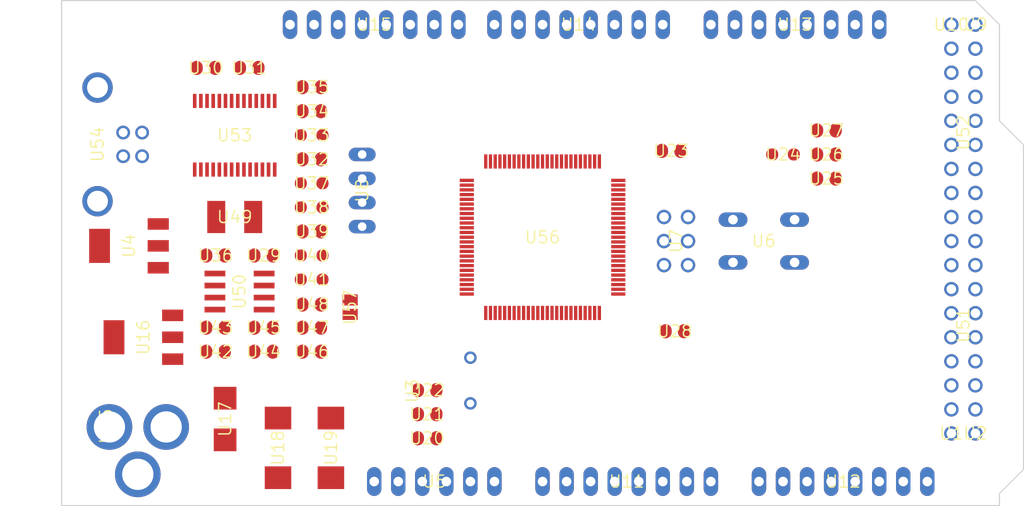
<source format=kicad_pcb>
(kicad_pcb (version 20221018) (generator pcbnew)
  (layers (0 "F.Cu" signal "Top") (31 "B.Cu" signal "Bottom") (34 "B.Paste" user) (35 "F.Paste" user) (36 "B.SilkS" user "B.Silkscreen") (37 "F.SilkS" user "F.Silkscreen") (38 "B.Mask" user) (39 "F.Mask" user) (44 "Edge.Cuts" user))
  (net 0 "")
  (net 1 "+5V")
  (net 2 "GND")
  (net 3 "N$6")
  (net 4 "N$7")
  (net 5 "AREF")
  (net 6 "RESET")
  (net 7 "VIN")
  (net 8 "N$3")
  (net 9 "PWRIN")
  (net 10 "M8RXD")
  (net 11 "M8TXD")
  (net 12 "ADC0")
  (net 13 "ADC2")
  (net 14 "ADC1")
  (net 15 "ADC3")
  (net 16 "ADC4")
  (net 17 "ADC5")
  (net 18 "ADC6")
  (net 19 "ADC7")
  (net 20 "+3V3")
  (net 21 "SDA")
  (net 22 "SCL")
  (net 23 "ADC9")
  (net 24 "ADC8")
  (net 25 "ADC10")
  (net 26 "ADC11")
  (net 27 "ADC12")
  (net 28 "ADC13")
  (net 29 "ADC14")
  (net 30 "ADC15")
  (net 31 "PB3")
  (net 32 "PB2")
  (net 33 "PB1")
  (net 34 "PB5")
  (net 35 "PB4")
  (net 36 "PE5")
  (net 37 "PE4")
  (net 38 "PE3")
  (net 39 "PE1")
  (net 40 "PE0")
  (net 41 "N$15")
  (net 42 "N$53")
  (net 43 "N$54")
  (net 44 "N$55")
  (net 45 "D-")
  (net 46 "D+")
  (net 47 "N$60")
  (net 48 "DTR")
  (net 49 "USBVCC")
  (net 50 "N$2")
  (net 51 "N$4")
  (net 52 "GATE_CMD")
  (net 53 "CMP")
  (net 54 "PB6")
  (net 55 "PH3")
  (net 56 "PH4")
  (net 57 "PH5")
  (net 58 "PH6")
  (net 59 "PG5")
  (net 60 "RXD1")
  (net 61 "TXD1")
  (net 62 "RXD2")
  (net 63 "RXD3")
  (net 64 "TXD2")
  (net 65 "TXD3")
  (net 66 "PC0")
  (net 67 "PC1")
  (net 68 "PC2")
  (net 69 "PC3")
  (net 70 "PC4")
  (net 71 "PC5")
  (net 72 "PC6")
  (net 73 "PC7")
  (net 74 "PB0")
  (net 75 "PG0")
  (net 76 "PG1")
  (net 77 "PG2")
  (net 78 "PD7")
  (net 79 "PA0")
  (net 80 "PA1")
  (net 81 "PA2")
  (net 82 "PA3")
  (net 83 "PA4")
  (net 84 "PA5")
  (net 85 "PA6")
  (net 86 "PA7")
  (net 87 "PL0")
  (net 88 "PL1")
  (net 89 "PL2")
  (net 90 "PL3")
  (net 91 "PL4")
  (net 92 "PL5")
  (net 93 "PL6")
  (net 94 "PL7")
  (net 95 "PB7")
  (net 96 "CTS")
  (net 97 "DSR")
  (net 98 "DCD")
  (net 99 "RI")
  (footprint "Arduino_MEGA_Reference_Design:2X03" (layer "F.Cu") (at 162.5981 103.7336 -90)
    (fp_text reference "U7")
    (fp_text value "")
  )
  (footprint "Arduino_MEGA_Reference_Design:1X08" (layer "F.Cu") (at 152.3111 80.8736 180)
    (fp_text reference "U14")
    (fp_text value "")
  )
  (footprint "Arduino_MEGA_Reference_Design:1X08" (layer "F.Cu") (at 130.7211 80.8736 180)
    (fp_text reference "U15")
    (fp_text value "")
  )
  (footprint "Arduino_MEGA_Reference_Design:SMC_D" (layer "F.Cu") (at 120.5611 125.5776 -90)
    (fp_text reference "U18")
    (fp_text value "")
  )
  (footprint "Arduino_MEGA_Reference_Design:SMC_D" (layer "F.Cu") (at 126.1491 125.5776 -90)
    (fp_text reference "U19")
    (fp_text value "")
  )
  (footprint "Arduino_MEGA_Reference_Design:B3F-10XX" (layer "F.Cu") (at 171.8691 103.7336 180)
    (fp_text reference "U6")
    (fp_text value "")
  )
  (footprint "Arduino_MEGA_Reference_Design:0805RND" (layer "F.Cu") (at 173.9011 94.5896 180)
    (fp_text reference "U24")
    (fp_text value "")
  )
  (footprint "Arduino_MEGA_Reference_Design:SMB" (layer "F.Cu") (at 114.9731 122.5296 -90)
    (fp_text reference "U17")
    (fp_text value "")
  )
  (footprint "Arduino_MEGA_Reference_Design:DC-21MM" (layer "F.Cu") (at 103.0351 123.2916 90)
    (fp_text reference "U55")
    (fp_text value "")
  )
  (footprint "Arduino_MEGA_Reference_Design:HC49_S" (layer "F.Cu") (at 140.8811 118.4656 90)
    (fp_text reference "U3")
    (fp_text value "")
  )
  (footprint "Arduino_MEGA_Reference_Design:SOT223" (layer "F.Cu") (at 106.3371 113.8936 90)
    (fp_text reference "U16")
    (fp_text value "")
  )
  (footprint "Arduino_MEGA_Reference_Design:1X06" (layer "F.Cu") (at 137.0711 129.1336)
    (fp_text reference "U5")
    (fp_text value "")
  )
  (footprint "Arduino_MEGA_Reference_Design:C0805RND" (layer "F.Cu") (at 124.1171 87.4776)
    (fp_text reference "U35")
    (fp_text value "")
  )
  (footprint "Arduino_MEGA_Reference_Design:C0805RND" (layer "F.Cu") (at 162.4711 113.2586)
    (fp_text reference "U28")
    (fp_text value "")
  )
  (footprint "Arduino_MEGA_Reference_Design:C0805RND" (layer "F.Cu") (at 136.3091 122.0216)
    (fp_text reference "U21")
    (fp_text value "")
  )
  (footprint "Arduino_MEGA_Reference_Design:C0805RND" (layer "F.Cu") (at 136.3091 119.4816)
    (fp_text reference "U22")
    (fp_text value "")
  )
  (footprint "Arduino_MEGA_Reference_Design:C0805RND" (layer "F.Cu") (at 113.9571 112.8776)
    (fp_text reference "U43")
    (fp_text value "")
  )
  (footprint "Arduino_MEGA_Reference_Design:RCL_0805RND" (layer "F.Cu") (at 124.1171 105.2576)
    (fp_text reference "U40")
    (fp_text value "")
  )
  (footprint "Arduino_MEGA_Reference_Design:RCL_0805RND" (layer "F.Cu") (at 124.1171 107.7976)
    (fp_text reference "U41")
    (fp_text value "")
  )
  (footprint "Arduino_MEGA_Reference_Design:1X08" (layer "F.Cu") (at 157.3911 129.1336)
    (fp_text reference "U11")
    (fp_text value "")
  )
  (footprint "Arduino_MEGA_Reference_Design:1X08" (layer "F.Cu") (at 175.1711 80.8736 180)
    (fp_text reference "U13")
    (fp_text value "")
  )
  (footprint "Arduino_MEGA_Reference_Design:R0805RND" (layer "F.Cu") (at 178.4731 94.5896 180)
    (fp_text reference "U26")
    (fp_text value "")
  )
  (footprint "Arduino_MEGA_Reference_Design:R0805RND" (layer "F.Cu") (at 178.4731 92.0496 180)
    (fp_text reference "U27")
    (fp_text value "")
  )
  (footprint "Arduino_MEGA_Reference_Design:TQFP100" (layer "F.Cu") (at 148.5011 103.3272)
    (fp_text reference "U56")
    (fp_text value "")
  )
  (footprint "Arduino_MEGA_Reference_Design:C0805RND" (layer "F.Cu") (at 162.0901 94.2086 180)
    (fp_text reference "U23")
    (fp_text value "")
  )
  (footprint "Arduino_MEGA_Reference_Design:C0805RND" (layer "F.Cu") (at 136.3091 124.5616)
    (fp_text reference "U20")
    (fp_text value "")
  )
  (footprint "Arduino_MEGA_Reference_Design:1X08" (layer "F.Cu") (at 180.2511 129.1336)
    (fp_text reference "U12")
    (fp_text value "")
  )
  (footprint "Arduino_MEGA_Reference_Design:R0805RND" (layer "F.Cu") (at 124.1171 112.8776)
    (fp_text reference "U47")
    (fp_text value "")
  )
  (footprint "Arduino_MEGA_Reference_Design:C0805RND" (layer "F.Cu") (at 124.1171 115.4176)
    (fp_text reference "U46")
    (fp_text value "")
  )
  (footprint "Arduino_MEGA_Reference_Design:C0805RND" (layer "F.Cu") (at 113.9571 105.2576)
    (fp_text reference "U36")
    (fp_text value "")
  )
  (footprint "Arduino_MEGA_Reference_Design:C0805RND" (layer "F.Cu") (at 112.9411 85.4456)
    (fp_text reference "U30")
    (fp_text value "")
  )
  (footprint "Arduino_MEGA_Reference_Design:0805RND" (layer "F.Cu") (at 124.1171 100.1776 180)
    (fp_text reference "U38")
    (fp_text value "")
  )
  (footprint "Arduino_MEGA_Reference_Design:0805RND" (layer "F.Cu") (at 124.1171 97.6376 180)
    (fp_text reference "U37")
    (fp_text value "")
  )
  (footprint "Arduino_MEGA_Reference_Design:R0805RND" (layer "F.Cu") (at 124.1171 95.0976)
    (fp_text reference "U32")
    (fp_text value "")
  )
  (footprint "Arduino_MEGA_Reference_Design:R0805RND" (layer "F.Cu") (at 124.1171 102.7176)
    (fp_text reference "U39")
    (fp_text value "")
  )
  (footprint "Arduino_MEGA_Reference_Design:SSOP28" (layer "F.Cu") (at 115.9891 92.5576)
    (fp_text reference "U53")
    (fp_text value "")
  )
  (footprint "Arduino_MEGA_Reference_Design:PN61729" (layer "F.Cu") (at 98.9584 93.5228 -90)
    (fp_text reference "U54")
    (fp_text value "")
  )
  (footprint "Arduino_MEGA_Reference_Design:L1812" (layer "F.Cu") (at 115.9891 101.1936)
    (fp_text reference "U49")
    (fp_text value "")
  )
  (footprint "Arduino_MEGA_Reference_Design:C0805RND" (layer "F.Cu") (at 117.5131 85.4456)
    (fp_text reference "U31")
    (fp_text value "")
  )
  (footprint "Arduino_MEGA_Reference_Design:0805RND" (layer "F.Cu") (at 124.1171 92.5576 180)
    (fp_text reference "U33")
    (fp_text value "")
  )
  (footprint "Arduino_MEGA_Reference_Design:R0805RND" (layer "F.Cu") (at 124.1171 90.0176 180)
    (fp_text reference "U34")
    (fp_text value "")
  )
  (footprint "Arduino_MEGA_Reference_Design:C0805RND" (layer "F.Cu") (at 124.1171 110.4392 180)
    (fp_text reference "U48")
    (fp_text value "")
  )
  (footprint "Arduino_MEGA_Reference_Design:SOT223" (layer "F.Cu") (at 104.8131 104.2416 90)
    (fp_text reference "U4")
    (fp_text value "")
  )
  (footprint "Arduino_MEGA_Reference_Design:SO08" (layer "F.Cu") (at 116.4971 109.0676 -90)
    (fp_text reference "U50")
    (fp_text value "")
  )
  (footprint "Arduino_MEGA_Reference_Design:R0805RND" (layer "F.Cu") (at 113.9571 115.4176 180)
    (fp_text reference "U42")
    (fp_text value "")
  )
  (footprint "Arduino_MEGA_Reference_Design:R0805RND" (layer "F.Cu") (at 119.0371 112.8776 180)
    (fp_text reference "U45")
    (fp_text value "")
  )
  (footprint "Arduino_MEGA_Reference_Design:C0805RND" (layer "F.Cu") (at 119.0371 115.4176 180)
    (fp_text reference "U44")
    (fp_text value "")
  )
  (footprint "Arduino_MEGA_Reference_Design:C0805RND" (layer "F.Cu") (at 119.0371 105.2576)
    (fp_text reference "U29")
    (fp_text value "")
  )
  (footprint "Arduino_MEGA_Reference_Design:2X08" (layer "F.Cu") (at 192.9511 92.3036 90)
    (fp_text reference "U52")
    (fp_text value "")
  )
  (footprint "Arduino_MEGA_Reference_Design:2X08" (layer "F.Cu") (at 192.9511 112.6236 90)
    (fp_text reference "U51")
    (fp_text value "")
  )
  (footprint "Arduino_MEGA_Reference_Design:R0805RND" (layer "F.Cu") (at 178.4731 97.1296 180)
    (fp_text reference "U25")
    (fp_text value "")
  )
  (footprint "Arduino_MEGA_Reference_Design:1X01" (layer "F.Cu") (at 191.6811 80.8736)
    (fp_text reference "U10")
    (fp_text value "")
  )
  (footprint "Arduino_MEGA_Reference_Design:1X01" (layer "F.Cu") (at 194.2211 80.8736)
    (fp_text reference "U9")
    (fp_text value "")
  )
  (footprint "Arduino_MEGA_Reference_Design:1X01" (layer "F.Cu") (at 191.6811 124.0536)
    (fp_text reference "U1")
    (fp_text value "")
  )
  (footprint "Arduino_MEGA_Reference_Design:1X01" (layer "F.Cu") (at 194.2211 124.0536)
    (fp_text reference "U2")
    (fp_text value "")
  )
  (footprint "Arduino_MEGA_Reference_Design:SJ" (layer "F.Cu") (at 128.1811 110.7186 -90)
    (fp_text reference "U57")
    (fp_text value "")
  )
  (footprint "Arduino_MEGA_Reference_Design:JP4" (layer "F.Cu") (at 129.4511 98.3996 -90)
    (fp_text reference "U8")
    (fp_text value "")
  )
  (gr_line (start 196.7611 131.6736) (end 97.7011 131.6736) (layer "Edge.Cuts") (width 0.12))
  (gr_line (start 97.7011 131.6736) (end 97.7011 78.3336) (layer "Edge.Cuts") (width 0.12))
  (gr_line (start 196.7611 80.8736) (end 196.7611 91.0336) (layer "Edge.Cuts") (width 0.12))
  (gr_line (start 196.7611 91.0336) (end 199.3011 93.5736) (layer "Edge.Cuts") (width 0.12))
  (gr_line (start 194.2211 78.3336) (end 196.7611 80.8736) (layer "Edge.Cuts") (width 0.12))
  (gr_line (start 97.7011 78.3336) (end 194.2211 78.3336) (layer "Edge.Cuts") (width 0.12))
  (gr_line (start 199.3011 127.8636) (end 196.7611 130.4036) (layer "Edge.Cuts") (width 0.12))
  (gr_line (start 196.7611 130.4036) (end 196.7611 131.6736) (layer "Edge.Cuts") (width 0.12))
  (gr_line (start 199.3011 93.5736) (end 199.3011 127.8636) (layer "Edge.Cuts") (width 0.12))
)
</source>
